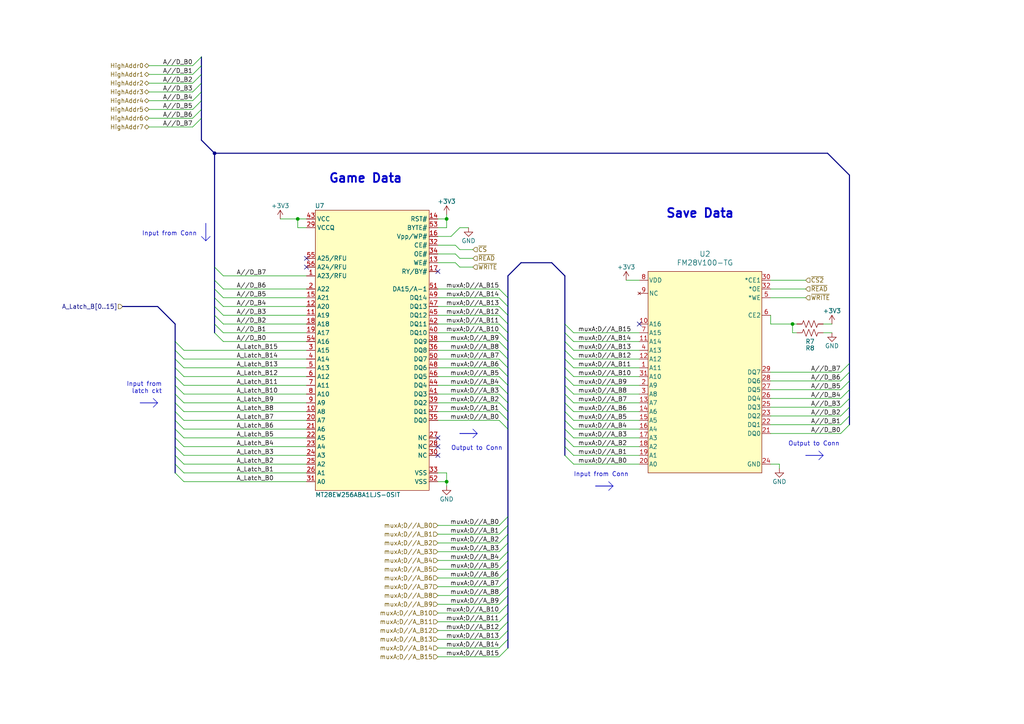
<source format=kicad_sch>
(kicad_sch (version 20230121) (generator eeschema)
  (paper "A4")
  (lib_symbols
    (symbol "0_libSyms_GBA:FM28V100-TG" (pin_names (offset 0.254))
      (property "Reference" "U" (at 20.32 74.93 0))
      (property "Value" "FM28V100-TG" (at 20.32 72.39 0))
      (symbol "FM28V100-TG_1_1"
        (rectangle (start 0 58.42) (end 33.02 0) (fill (type background)))
        (pin input line (at -2.54 30.48 0) (length 2.54) (name "A11") (number "1"))
        (pin input line (at -2.54 43.18 0) (length 2.54) (name "A16") (number "10"))
        (pin input line (at -2.54 38.1 0) (length 2.54) (name "A14") (number "11"))
        (pin input line (at -2.54 33.02 0) (length 2.54) (name "A12") (number "12"))
        (pin input line (at -2.54 20.32 0) (length 2.54) (name "A7") (number "13"))
        (pin input line (at -2.54 17.78 0) (length 2.54) (name "A6") (number "14"))
        (pin input line (at -2.54 15.24 0) (length 2.54) (name "A5") (number "15"))
        (pin input line (at -2.54 12.7 0) (length 2.54) (name "A4") (number "16"))
        (pin input line (at -2.54 10.16 0) (length 2.54) (name "A3") (number "17"))
        (pin input line (at -2.54 7.62 0) (length 2.54) (name "A2") (number "18"))
        (pin input line (at -2.54 5.08 0) (length 2.54) (name "A1") (number "19"))
        (pin input line (at -2.54 25.4 0) (length 2.54) (name "A9") (number "2"))
        (pin input line (at -2.54 2.54 0) (length 2.54) (name "A0") (number "20"))
        (pin bidirectional line (at 35.56 11.43 180) (length 2.54) (name "DQ0") (number "21"))
        (pin bidirectional line (at 35.56 13.97 180) (length 2.54) (name "DQ1") (number "22"))
        (pin bidirectional line (at 35.56 16.51 180) (length 2.54) (name "DQ2") (number "23"))
        (pin power_in line (at 35.56 2.54 180) (length 2.54) (name "GND") (number "24"))
        (pin bidirectional line (at 35.56 19.05 180) (length 2.54) (name "DQ3") (number "25"))
        (pin bidirectional line (at 35.56 21.59 180) (length 2.54) (name "DQ4") (number "26"))
        (pin bidirectional line (at 35.56 24.13 180) (length 2.54) (name "DQ5") (number "27"))
        (pin bidirectional line (at 35.56 26.67 180) (length 2.54) (name "DQ6") (number "28"))
        (pin bidirectional line (at 35.56 29.21 180) (length 2.54) (name "DQ7") (number "29"))
        (pin input line (at -2.54 22.86 0) (length 2.54) (name "A8") (number "3"))
        (pin input line (at 35.56 55.88 180) (length 2.54) (name "*CE1") (number "30"))
        (pin input line (at -2.54 27.94 0) (length 2.54) (name "A10") (number "31"))
        (pin input line (at 35.56 53.34 180) (length 2.54) (name "*OE") (number "32"))
        (pin input line (at -2.54 35.56 0) (length 2.54) (name "A13") (number "4"))
        (pin input line (at 35.56 50.8 180) (length 2.54) (name "*WE") (number "5"))
        (pin input line (at 35.56 45.72 180) (length 2.54) (name "CE2") (number "6"))
        (pin input line (at -2.54 40.64 0) (length 2.54) (name "A15") (number "7"))
        (pin power_in line (at -2.54 55.88 0) (length 2.54) (name "VDD") (number "8"))
        (pin no_connect line (at -2.54 52.07 0) (length 2.54) (name "NC") (number "9"))
      )
    )
    (symbol "0_libSyms_GBA:NOR_Flash"
      (property "Reference" "U" (at 1.27 82.55 0))
      (symbol "NOR_Flash_1_1"
        (rectangle (start 0 81.28) (end 33.02 0) (fill (type background)))
        (pin input line (at -2.54 62.23 0) (length 2.54) (name "A23/RFU") (number "1"))
        (pin input line (at -2.54 22.86 0) (length 2.54) (name "A8") (number "10"))
        (pin input line (at -2.54 50.8 0) (length 2.54) (name "A19") (number "11"))
        (pin input line (at -2.54 53.34 0) (length 2.54) (name "A20") (number "12"))
        (pin input line (at 35.56 66.04 180) (length 2.54) (name "WE#") (number "13"))
        (pin input line (at 35.56 78.74 180) (length 2.54) (name "RST#") (number "14"))
        (pin input line (at -2.54 55.88 0) (length 2.54) (name "A21") (number "15"))
        (pin input line (at 35.56 73.66 180) (length 2.54) (name "Vpp/WP#") (number "16"))
        (pin output line (at 35.56 63.5 180) (length 2.54) (name "RY/BY#") (number "17"))
        (pin input line (at -2.54 48.26 0) (length 2.54) (name "A18") (number "18"))
        (pin input line (at -2.54 45.72 0) (length 2.54) (name "A17") (number "19"))
        (pin input line (at -2.54 58.42 0) (length 2.54) (name "A22") (number "2"))
        (pin input line (at -2.54 20.32 0) (length 2.54) (name "A7") (number "20"))
        (pin input line (at -2.54 17.78 0) (length 2.54) (name "A6") (number "21"))
        (pin input line (at -2.54 15.24 0) (length 2.54) (name "A5") (number "22"))
        (pin input line (at -2.54 12.7 0) (length 2.54) (name "A4") (number "23"))
        (pin input line (at -2.54 10.16 0) (length 2.54) (name "A3") (number "24"))
        (pin input line (at -2.54 7.62 0) (length 2.54) (name "A2") (number "25"))
        (pin input line (at -2.54 5.08 0) (length 2.54) (name "A1") (number "26"))
        (pin input line (at 35.56 15.24 180) (length 2.54) (name "NC") (number "27"))
        (pin input line (at 35.56 12.7 180) (length 2.54) (name "NC") (number "28"))
        (pin input line (at -2.54 76.2 0) (length 2.54) (name "VCCQ") (number "29"))
        (pin input line (at -2.54 40.64 0) (length 2.54) (name "A15") (number "3"))
        (pin input line (at 35.56 10.16 180) (length 2.54) (name "NC") (number "30"))
        (pin input line (at -2.54 2.54 0) (length 2.54) (name "A0") (number "31"))
        (pin input line (at 35.56 71.12 180) (length 2.54) (name "CE#") (number "32"))
        (pin input line (at 35.56 5.08 180) (length 2.54) (name "VSS") (number "33"))
        (pin input line (at 35.56 68.58 180) (length 2.54) (name "OE#") (number "34"))
        (pin input line (at 35.56 20.32 180) (length 2.54) (name "DQ0") (number "35"))
        (pin input line (at 35.56 40.64 180) (length 2.54) (name "DQ8") (number "36"))
        (pin input line (at 35.56 22.86 180) (length 2.54) (name "DQ1") (number "37"))
        (pin input line (at 35.56 43.18 180) (length 2.54) (name "DQ9") (number "38"))
        (pin input line (at 35.56 25.4 180) (length 2.54) (name "DQ2") (number "39"))
        (pin input line (at -2.54 38.1 0) (length 2.54) (name "A14") (number "4"))
        (pin input line (at 35.56 45.72 180) (length 2.54) (name "DQ10") (number "40"))
        (pin input line (at 35.56 27.94 180) (length 2.54) (name "DQ3") (number "41"))
        (pin input line (at 35.56 48.26 180) (length 2.54) (name "DQ11") (number "42"))
        (pin input line (at -2.54 78.74 0) (length 2.54) (name "VCC") (number "43"))
        (pin input line (at 35.56 30.48 180) (length 2.54) (name "DQ4") (number "44"))
        (pin input line (at 35.56 50.8 180) (length 2.54) (name "DQ12") (number "45"))
        (pin input line (at 35.56 33.02 180) (length 2.54) (name "DQ5") (number "46"))
        (pin input line (at 35.56 53.34 180) (length 2.54) (name "DQ13") (number "47"))
        (pin input line (at 35.56 35.56 180) (length 2.54) (name "DQ6") (number "48"))
        (pin input line (at 35.56 55.88 180) (length 2.54) (name "DQ14") (number "49"))
        (pin input line (at -2.54 35.56 0) (length 2.54) (name "A13") (number "5"))
        (pin input line (at 35.56 38.1 180) (length 2.54) (name "DQ7") (number "50"))
        (pin input line (at 35.56 58.42 180) (length 2.54) (name "DA15/A-1") (number "51"))
        (pin input line (at 35.56 2.54 180) (length 2.54) (name "VSS") (number "52"))
        (pin input line (at 35.56 76.2 180) (length 2.54) (name "BYTE#") (number "53"))
        (pin input line (at -2.54 43.18 0) (length 2.54) (name "A16") (number "54"))
        (pin input line (at -2.54 67.31 0) (length 2.54) (name "A25/RFU") (number "55"))
        (pin input line (at -2.54 64.77 0) (length 2.54) (name "A24/RFU") (number "56"))
        (pin input line (at -2.54 33.02 0) (length 2.54) (name "A12") (number "6"))
        (pin input line (at -2.54 30.48 0) (length 2.54) (name "A11") (number "7"))
        (pin input line (at -2.54 27.94 0) (length 2.54) (name "A10") (number "8"))
        (pin input line (at -2.54 25.4 0) (length 2.54) (name "A9") (number "9"))
      )
    )
    (symbol "Device:R_US" (pin_numbers hide) (pin_names (offset 0))
      (property "Reference" "R" (at 2.54 0 90))
      (property "Value" "R_US" (at -2.54 0 90))
      (symbol "R_US_0_1"
        (polyline (pts (xy 0 -2.286) (xy 0 -2.54)))
        (polyline (pts (xy 0 2.286) (xy 0 2.54)))
        (polyline (pts (xy 0 -0.762) (xy 1.016 -1.143) (xy 0 -1.524) (xy -1.016 -1.905) (xy 0 -2.286)))
        (polyline (pts (xy 0 0.762) (xy 1.016 0.381) (xy 0 0) (xy -1.016 -0.381) (xy 0 -0.762)))
        (polyline (pts (xy 0 2.286) (xy 1.016 1.905) (xy 0 1.524) (xy -1.016 1.143) (xy 0 0.762)))
      )
      (symbol "R_US_1_1"
        (pin passive line (at 0 3.81 270) (length 1.27) (name "~") (number "1"))
        (pin passive line (at 0 -3.81 90) (length 1.27) (name "~") (number "2"))
      )
    )
    (symbol "power:+3V3" (power) (pin_names (offset 0))
      (property "Value" "+3V3" (at 0 3.556 0))
      (symbol "+3V3_0_1"
        (polyline (pts (xy -0.762 1.27) (xy 0 2.54)))
        (polyline (pts (xy 0 0) (xy 0 2.54)))
        (polyline (pts (xy 0 2.54) (xy 0.762 1.27)))
      )
      (symbol "+3V3_1_1"
        (pin power_in line (at 0 0 90) (length 0) hide (name "+3V3") (number "1"))
      )
    )
    (symbol "power:GND" (power) (pin_names (offset 0))
      (property "Value" "GND" (at 0 -3.81 0))
      (symbol "GND_0_1"
        (polyline (pts (xy 0 0) (xy 0 -1.27) (xy 1.27 -1.27) (xy 0 -2.54) (xy -1.27 -1.27) (xy 0 -1.27)))
      )
      (symbol "GND_1_1"
        (pin power_in line (at 0 0 270) (length 0) hide (name "GND") (number "1"))
      )
    )
  )
  (junction (at 229.87 93.98))
  (junction (at 62.23 44.45))
  (junction (at 129.54 139.7))
  (junction (at 129.54 63.5))
  (junction (at 86.36 63.5))
  (no_connect (at 185.42 93.98))
  (no_connect (at 127 78.74))
  (no_connect (at 127 127))
  (no_connect (at 127 132.08))
  (no_connect (at 88.9 77.47))
  (no_connect (at 88.9 74.93))
  (no_connect (at 127 129.54))
  (bus_entry (at 50.8 129.54) (size 2.54 2.54))
  (bus_entry (at 163.83 93.98) (size 2.54 2.54))
  (bus_entry (at 147.32 106.68) (size -2.54 -2.54))
  (bus_entry (at 147.32 170.18) (size -2.54 2.54))
  (bus_entry (at 163.83 96.52) (size 2.54 2.54))
  (bus_entry (at 50.8 119.38) (size 2.54 2.54))
  (bus_entry (at 50.8 101.6) (size 2.54 2.54))
  (bus_entry (at 147.32 172.72) (size -2.54 2.54))
  (bus_entry (at 62.23 81.28) (size 2.54 2.54))
  (bus_entry (at 147.32 114.3) (size -2.54 -2.54))
  (bus_entry (at 147.32 187.96) (size -2.54 2.54))
  (bus_entry (at 147.32 93.98) (size -2.54 -2.54))
  (bus_entry (at 147.32 167.64) (size -2.54 2.54))
  (bus_entry (at 246.38 113.03) (size -2.54 2.54))
  (bus_entry (at 50.8 106.68) (size 2.54 2.54))
  (bus_entry (at 163.83 101.6) (size 2.54 2.54))
  (bus_entry (at 147.32 88.9) (size -2.54 -2.54))
  (bus_entry (at 147.32 111.76) (size -2.54 -2.54))
  (bus_entry (at 163.83 111.76) (size 2.54 2.54))
  (bus_entry (at 62.23 96.52) (size 2.54 2.54))
  (bus_entry (at 246.38 110.49) (size -2.54 2.54))
  (bus_entry (at 50.8 99.06) (size 2.54 2.54))
  (bus_entry (at 147.32 86.36) (size -2.54 -2.54))
  (bus_entry (at 163.83 127) (size 2.54 2.54))
  (bus_entry (at 147.32 109.22) (size -2.54 -2.54))
  (bus_entry (at 147.32 154.94) (size -2.54 2.54))
  (bus_entry (at 163.83 114.3) (size 2.54 2.54))
  (bus_entry (at 246.38 118.11) (size -2.54 2.54))
  (bus_entry (at 163.83 109.22) (size 2.54 2.54))
  (bus_entry (at 147.32 101.6) (size -2.54 -2.54))
  (bus_entry (at 50.8 124.46) (size 2.54 2.54))
  (bus_entry (at 147.32 96.52) (size -2.54 -2.54))
  (bus_entry (at 55.88 34.29) (size 2.54 -2.54))
  (bus_entry (at 50.8 116.84) (size 2.54 2.54))
  (bus_entry (at 147.32 175.26) (size -2.54 2.54))
  (bus_entry (at 163.83 124.46) (size 2.54 2.54))
  (bus_entry (at 147.32 121.92) (size -2.54 -2.54))
  (bus_entry (at 55.88 19.05) (size 2.54 -2.54))
  (bus_entry (at 62.23 86.36) (size 2.54 2.54))
  (bus_entry (at 147.32 157.48) (size -2.54 2.54))
  (bus_entry (at 50.8 104.14) (size 2.54 2.54))
  (bus_entry (at 147.32 104.14) (size -2.54 -2.54))
  (bus_entry (at 147.32 160.02) (size -2.54 2.54))
  (bus_entry (at 50.8 134.62) (size 2.54 2.54))
  (bus_entry (at 147.32 177.8) (size -2.54 2.54))
  (bus_entry (at 246.38 115.57) (size -2.54 2.54))
  (bus_entry (at 50.8 127) (size 2.54 2.54))
  (bus_entry (at 163.83 104.14) (size 2.54 2.54))
  (bus_entry (at 163.83 129.54) (size 2.54 2.54))
  (bus_entry (at 50.8 114.3) (size 2.54 2.54))
  (bus_entry (at 55.88 36.83) (size 2.54 -2.54))
  (bus_entry (at 55.88 31.75) (size 2.54 -2.54))
  (bus_entry (at 50.8 132.08) (size 2.54 2.54))
  (bus_entry (at 147.32 152.4) (size -2.54 2.54))
  (bus_entry (at 246.38 120.65) (size -2.54 2.54))
  (bus_entry (at 50.8 109.22) (size 2.54 2.54))
  (bus_entry (at 55.88 26.67) (size 2.54 -2.54))
  (bus_entry (at 147.32 180.34) (size -2.54 2.54))
  (bus_entry (at 163.83 132.08) (size 2.54 2.54))
  (bus_entry (at 147.32 182.88) (size -2.54 2.54))
  (bus_entry (at 163.83 119.38) (size 2.54 2.54))
  (bus_entry (at 62.23 83.82) (size 2.54 2.54))
  (bus_entry (at 55.88 24.13) (size 2.54 -2.54))
  (bus_entry (at 55.88 21.59) (size 2.54 -2.54))
  (bus_entry (at 55.88 29.21) (size 2.54 -2.54))
  (bus_entry (at 163.83 106.68) (size 2.54 2.54))
  (bus_entry (at 147.32 149.86) (size -2.54 2.54))
  (bus_entry (at 147.32 91.44) (size -2.54 -2.54))
  (bus_entry (at 147.32 124.46) (size -2.54 -2.54))
  (bus_entry (at 147.32 185.42) (size -2.54 2.54))
  (bus_entry (at 62.23 77.47) (size 2.54 2.54))
  (bus_entry (at 62.23 93.98) (size 2.54 2.54))
  (bus_entry (at 147.32 119.38) (size -2.54 -2.54))
  (bus_entry (at 147.32 162.56) (size -2.54 2.54))
  (bus_entry (at 163.83 99.06) (size 2.54 2.54))
  (bus_entry (at 62.23 91.44) (size 2.54 2.54))
  (bus_entry (at 50.8 121.92) (size 2.54 2.54))
  (bus_entry (at 50.8 111.76) (size 2.54 2.54))
  (bus_entry (at 62.23 88.9) (size 2.54 2.54))
  (bus_entry (at 147.32 116.84) (size -2.54 -2.54))
  (bus_entry (at 163.83 116.84) (size 2.54 2.54))
  (bus_entry (at 246.38 123.19) (size -2.54 2.54))
  (bus_entry (at 50.8 137.16) (size 2.54 2.54))
  (bus_entry (at 246.38 105.41) (size -2.54 2.54))
  (bus_entry (at 163.83 121.92) (size 2.54 2.54))
  (bus_entry (at 147.32 99.06) (size -2.54 -2.54))
  (bus_entry (at 246.38 107.95) (size -2.54 2.54))
  (bus_entry (at 147.32 165.1) (size -2.54 2.54))
  (wire (pts (xy 166.37 101.6) (xy 185.42 101.6)))
  (wire (pts (xy 127 71.12) (xy 132.08 71.12)))
  (bus (pts (xy 147.32 152.4) (xy 147.32 149.86)))
  (bus (pts (xy 147.32 80.01) (xy 151.13 76.2)))
  (bus (pts (xy 163.83 119.38) (xy 163.83 121.92)))
  (wire (pts (xy 127 175.26) (xy 144.78 175.26)))
  (wire (pts (xy 43.18 21.59) (xy 55.88 21.59)))
  (bus (pts (xy 147.32 96.52) (xy 147.32 93.98)))
  (wire (pts (xy 127 88.9) (xy 144.78 88.9)))
  (wire (pts (xy 226.06 135.89) (xy 226.06 134.62)))
  (wire (pts (xy 223.52 123.19) (xy 243.84 123.19)))
  (polyline (pts (xy 137.16 127) (xy 138.43 125.73)))
  (bus (pts (xy 163.83 80.01) (xy 160.02 76.2)))
  (wire (pts (xy 127 180.34) (xy 144.78 180.34)))
  (wire (pts (xy 53.34 101.6) (xy 88.9 101.6)))
  (bus (pts (xy 147.32 111.76) (xy 147.32 109.22)))
  (bus (pts (xy 50.8 109.22) (xy 50.8 111.76)))
  (wire (pts (xy 64.77 86.36) (xy 88.9 86.36)))
  (wire (pts (xy 127 99.06) (xy 144.78 99.06)))
  (wire (pts (xy 127 165.1) (xy 144.78 165.1)))
  (wire (pts (xy 223.52 86.36) (xy 233.68 86.36)))
  (wire (pts (xy 133.35 74.93) (xy 137.16 74.93)))
  (bus (pts (xy 50.8 104.14) (xy 50.8 106.68)))
  (wire (pts (xy 43.18 36.83) (xy 55.88 36.83)))
  (polyline (pts (xy 133.35 125.73) (xy 138.43 125.73)))
  (wire (pts (xy 127 76.2) (xy 132.08 76.2)))
  (bus (pts (xy 62.23 88.9) (xy 62.23 91.44)))
  (wire (pts (xy 127 185.42) (xy 144.78 185.42)))
  (wire (pts (xy 53.34 104.14) (xy 88.9 104.14)))
  (bus (pts (xy 163.83 96.52) (xy 163.83 99.06)))
  (bus (pts (xy 163.83 124.46) (xy 163.83 127)))
  (wire (pts (xy 53.34 127) (xy 88.9 127)))
  (wire (pts (xy 133.35 72.39) (xy 132.08 71.12)))
  (bus (pts (xy 163.83 121.92) (xy 163.83 124.46)))
  (polyline (pts (xy 59.69 64.77) (xy 59.69 69.85)))
  (polyline (pts (xy 40.64 116.84) (xy 45.72 116.84)))
  (bus (pts (xy 163.83 106.68) (xy 163.83 109.22)))
  (bus (pts (xy 147.32 114.3) (xy 147.32 111.76)))
  (wire (pts (xy 238.76 93.98) (xy 241.3 93.98)))
  (bus (pts (xy 58.42 34.29) (xy 58.42 40.64)))
  (wire (pts (xy 166.37 96.52) (xy 185.42 96.52)))
  (bus (pts (xy 50.8 119.38) (xy 50.8 121.92)))
  (wire (pts (xy 127 190.5) (xy 144.78 190.5)))
  (bus (pts (xy 147.32 162.56) (xy 147.32 165.1)))
  (bus (pts (xy 147.32 109.22) (xy 147.32 106.68)))
  (wire (pts (xy 223.52 110.49) (xy 243.84 110.49)))
  (wire (pts (xy 166.37 134.62) (xy 185.42 134.62)))
  (bus (pts (xy 50.8 134.62) (xy 50.8 137.16)))
  (bus (pts (xy 147.32 152.4) (xy 147.32 154.94)))
  (bus (pts (xy 147.32 106.68) (xy 147.32 104.14)))
  (wire (pts (xy 166.37 127) (xy 185.42 127)))
  (wire (pts (xy 53.34 119.38) (xy 88.9 119.38)))
  (bus (pts (xy 50.8 99.06) (xy 50.8 101.6)))
  (wire (pts (xy 127 187.96) (xy 144.78 187.96)))
  (wire (pts (xy 53.34 106.68) (xy 88.9 106.68)))
  (wire (pts (xy 53.34 139.7) (xy 88.9 139.7)))
  (wire (pts (xy 127 139.7) (xy 129.54 139.7)))
  (polyline (pts (xy 237.49 130.81) (xy 238.76 132.08)))
  (bus (pts (xy 147.32 121.92) (xy 147.32 119.38)))
  (wire (pts (xy 127 157.48) (xy 144.78 157.48)))
  (wire (pts (xy 129.54 137.16) (xy 127 137.16)))
  (bus (pts (xy 35.56 88.9) (xy 45.72 88.9)))
  (bus (pts (xy 163.83 129.54) (xy 163.83 132.08)))
  (bus (pts (xy 246.38 113.03) (xy 246.38 115.57)))
  (wire (pts (xy 127 66.04) (xy 129.54 66.04)))
  (wire (pts (xy 127 111.76) (xy 144.78 111.76)))
  (wire (pts (xy 127 63.5) (xy 129.54 63.5)))
  (bus (pts (xy 163.83 93.98) (xy 163.83 96.52)))
  (bus (pts (xy 147.32 175.26) (xy 147.32 177.8)))
  (wire (pts (xy 129.54 140.97) (xy 129.54 139.7)))
  (bus (pts (xy 58.42 29.21) (xy 58.42 31.75)))
  (wire (pts (xy 127 109.22) (xy 144.78 109.22)))
  (wire (pts (xy 137.16 72.39) (xy 133.35 72.39)))
  (wire (pts (xy 64.77 83.82) (xy 88.9 83.82)))
  (bus (pts (xy 246.38 110.49) (xy 246.38 113.03)))
  (wire (pts (xy 127 170.18) (xy 144.78 170.18)))
  (bus (pts (xy 163.83 127) (xy 163.83 129.54)))
  (bus (pts (xy 163.83 111.76) (xy 163.83 114.3)))
  (bus (pts (xy 147.32 88.9) (xy 147.32 91.44)))
  (wire (pts (xy 53.34 114.3) (xy 88.9 114.3)))
  (bus (pts (xy 62.23 93.98) (xy 62.23 96.52)))
  (wire (pts (xy 53.34 111.76) (xy 88.9 111.76)))
  (wire (pts (xy 166.37 116.84) (xy 185.42 116.84)))
  (bus (pts (xy 50.8 129.54) (xy 50.8 132.08)))
  (bus (pts (xy 147.32 86.36) (xy 147.32 88.9)))
  (wire (pts (xy 43.18 34.29) (xy 55.88 34.29)))
  (bus (pts (xy 147.32 182.88) (xy 147.32 185.42)))
  (wire (pts (xy 53.34 124.46) (xy 88.9 124.46)))
  (wire (pts (xy 127 104.14) (xy 144.78 104.14)))
  (wire (pts (xy 53.34 137.16) (xy 88.9 137.16)))
  (wire (pts (xy 166.37 104.14) (xy 185.42 104.14)))
  (wire (pts (xy 127 86.36) (xy 144.78 86.36)))
  (bus (pts (xy 163.83 116.84) (xy 163.83 119.38)))
  (wire (pts (xy 43.18 19.05) (xy 55.88 19.05)))
  (bus (pts (xy 147.32 170.18) (xy 147.32 172.72)))
  (wire (pts (xy 53.34 129.54) (xy 88.9 129.54)))
  (bus (pts (xy 163.83 99.06) (xy 163.83 101.6)))
  (bus (pts (xy 50.8 101.6) (xy 50.8 104.14)))
  (wire (pts (xy 229.87 96.52) (xy 231.14 96.52)))
  (wire (pts (xy 223.52 120.65) (xy 243.84 120.65)))
  (bus (pts (xy 147.32 160.02) (xy 147.32 162.56)))
  (wire (pts (xy 127 68.58) (xy 130.81 68.58)))
  (wire (pts (xy 127 162.56) (xy 144.78 162.56)))
  (wire (pts (xy 223.52 113.03) (xy 243.84 113.03)))
  (wire (pts (xy 127 101.6) (xy 144.78 101.6)))
  (bus (pts (xy 50.8 114.3) (xy 50.8 116.84)))
  (wire (pts (xy 64.77 99.06) (xy 88.9 99.06)))
  (bus (pts (xy 147.32 99.06) (xy 147.32 96.52)))
  (wire (pts (xy 223.52 107.95) (xy 243.84 107.95)))
  (wire (pts (xy 127 73.66) (xy 132.08 73.66)))
  (wire (pts (xy 53.34 109.22) (xy 88.9 109.22)))
  (wire (pts (xy 127 83.82) (xy 144.78 83.82)))
  (wire (pts (xy 223.52 83.82) (xy 233.68 83.82)))
  (wire (pts (xy 81.28 63.5) (xy 86.36 63.5)))
  (wire (pts (xy 127 152.4) (xy 144.78 152.4)))
  (wire (pts (xy 129.54 62.23) (xy 129.54 63.5)))
  (wire (pts (xy 166.37 109.22) (xy 185.42 109.22)))
  (wire (pts (xy 53.34 121.92) (xy 88.9 121.92)))
  (bus (pts (xy 147.32 154.94) (xy 147.32 157.48)))
  (wire (pts (xy 129.54 63.5) (xy 129.54 66.04)))
  (wire (pts (xy 133.35 77.47) (xy 137.16 77.47)))
  (wire (pts (xy 64.77 88.9) (xy 88.9 88.9)))
  (wire (pts (xy 127 172.72) (xy 144.78 172.72)))
  (bus (pts (xy 50.8 106.68) (xy 50.8 109.22)))
  (wire (pts (xy 166.37 111.76) (xy 185.42 111.76)))
  (wire (pts (xy 132.08 73.66) (xy 133.35 74.93)))
  (bus (pts (xy 58.42 26.67) (xy 58.42 29.21)))
  (bus (pts (xy 163.83 114.3) (xy 163.83 116.84)))
  (wire (pts (xy 64.77 91.44) (xy 88.9 91.44)))
  (wire (pts (xy 53.34 134.62) (xy 88.9 134.62)))
  (wire (pts (xy 166.37 124.46) (xy 185.42 124.46)))
  (wire (pts (xy 223.52 81.28) (xy 233.68 81.28)))
  (wire (pts (xy 127 96.52) (xy 144.78 96.52)))
  (bus (pts (xy 147.32 80.01) (xy 147.32 86.36)))
  (bus (pts (xy 147.32 116.84) (xy 147.32 114.3)))
  (bus (pts (xy 246.38 105.41) (xy 246.38 107.95)))
  (wire (pts (xy 86.36 63.5) (xy 88.9 63.5)))
  (wire (pts (xy 127 160.02) (xy 144.78 160.02)))
  (wire (pts (xy 181.61 81.28) (xy 185.42 81.28)))
  (bus (pts (xy 50.8 127) (xy 50.8 129.54)))
  (wire (pts (xy 127 114.3) (xy 144.78 114.3)))
  (wire (pts (xy 43.18 24.13) (xy 55.88 24.13)))
  (bus (pts (xy 50.8 93.98) (xy 50.8 99.06)))
  (wire (pts (xy 133.35 66.04) (xy 135.89 66.04)))
  (wire (pts (xy 166.37 99.06) (xy 185.42 99.06)))
  (bus (pts (xy 147.32 101.6) (xy 147.32 99.06)))
  (bus (pts (xy 58.42 31.75) (xy 58.42 34.29)))
  (bus (pts (xy 50.8 124.46) (xy 50.8 127)))
  (bus (pts (xy 58.42 19.05) (xy 58.42 21.59)))
  (bus (pts (xy 58.42 21.59) (xy 58.42 24.13)))
  (bus (pts (xy 147.32 177.8) (xy 147.32 180.34)))
  (bus (pts (xy 58.42 24.13) (xy 58.42 26.67)))
  (wire (pts (xy 127 177.8) (xy 144.78 177.8)))
  (polyline (pts (xy 60.96 68.58) (xy 59.69 69.85)))
  (polyline (pts (xy 59.69 64.77) (xy 59.69 69.85)))
  (wire (pts (xy 223.52 93.98) (xy 229.87 93.98)))
  (bus (pts (xy 163.83 101.6) (xy 163.83 104.14)))
  (bus (pts (xy 50.8 121.92) (xy 50.8 124.46)))
  (bus (pts (xy 147.32 149.86) (xy 147.32 124.46)))
  (polyline (pts (xy 237.49 133.35) (xy 238.76 132.08)))
  (wire (pts (xy 223.52 134.62) (xy 226.06 134.62)))
  (wire (pts (xy 64.77 93.98) (xy 88.9 93.98)))
  (bus (pts (xy 147.32 185.42) (xy 147.32 187.96)))
  (bus (pts (xy 50.8 132.08) (xy 50.8 134.62)))
  (bus (pts (xy 50.8 116.84) (xy 50.8 119.38)))
  (bus (pts (xy 62.23 86.36) (xy 62.23 88.9)))
  (bus (pts (xy 45.72 88.9) (xy 50.8 93.98)))
  (wire (pts (xy 229.87 93.98) (xy 229.87 96.52)))
  (bus (pts (xy 246.38 120.65) (xy 246.38 123.19)))
  (wire (pts (xy 53.34 116.84) (xy 88.9 116.84)))
  (bus (pts (xy 246.38 50.8) (xy 246.38 105.41)))
  (bus (pts (xy 62.23 44.45) (xy 58.42 40.64)))
  (wire (pts (xy 166.37 119.38) (xy 185.42 119.38)))
  (wire (pts (xy 166.37 114.3) (xy 185.42 114.3)))
  (bus (pts (xy 58.42 16.51) (xy 58.42 19.05)))
  (bus (pts (xy 240.03 44.45) (xy 246.38 50.8)))
  (wire (pts (xy 127 121.92) (xy 144.78 121.92)))
  (bus (pts (xy 147.32 124.46) (xy 147.32 121.92)))
  (wire (pts (xy 127 91.44) (xy 144.78 91.44)))
  (bus (pts (xy 147.32 167.64) (xy 147.32 170.18)))
  (wire (pts (xy 43.18 29.21) (xy 55.88 29.21)))
  (wire (pts (xy 127 119.38) (xy 144.78 119.38)))
  (wire (pts (xy 53.34 132.08) (xy 88.9 132.08)))
  (wire (pts (xy 231.14 93.98) (xy 229.87 93.98)))
  (bus (pts (xy 163.83 80.01) (xy 163.83 93.98)))
  (wire (pts (xy 43.18 31.75) (xy 55.88 31.75)))
  (wire (pts (xy 88.9 66.04) (xy 86.36 66.04)))
  (polyline (pts (xy 233.68 132.08) (xy 238.76 132.08)))
  (wire (pts (xy 130.81 68.58) (xy 133.35 66.04)))
  (bus (pts (xy 147.32 165.1) (xy 147.32 167.64)))
  (bus (pts (xy 147.32 119.38) (xy 147.32 116.84)))
  (polyline (pts (xy 172.72 140.97) (xy 177.8 140.97)))
  (wire (pts (xy 223.52 125.73) (xy 243.84 125.73)))
  (wire (pts (xy 127 93.98) (xy 144.78 93.98)))
  (bus (pts (xy 147.32 172.72) (xy 147.32 175.26)))
  (wire (pts (xy 127 154.94) (xy 144.78 154.94)))
  (polyline (pts (xy 44.45 118.11) (xy 45.72 116.84)))
  (wire (pts (xy 132.08 76.2) (xy 133.35 77.47)))
  (wire (pts (xy 223.52 118.11) (xy 243.84 118.11)))
  (bus (pts (xy 147.32 91.44) (xy 147.32 93.98)))
  (wire (pts (xy 223.52 115.57) (xy 243.84 115.57)))
  (wire (pts (xy 166.37 129.54) (xy 185.42 129.54)))
  (polyline (pts (xy 176.53 142.24) (xy 177.8 140.97)))
  (bus (pts (xy 62.23 83.82) (xy 62.23 86.36)))
  (polyline (pts (xy 233.68 132.08) (xy 238.76 132.08)))
  (wire (pts (xy 166.37 132.08) (xy 185.42 132.08)))
  (bus (pts (xy 62.23 81.28) (xy 62.23 83.82)))
  (bus (pts (xy 62.23 91.44) (xy 62.23 93.98)))
  (bus (pts (xy 163.83 104.14) (xy 163.83 106.68)))
  (wire (pts (xy 64.77 80.01) (xy 88.9 80.01)))
  (bus (pts (xy 246.38 107.95) (xy 246.38 110.49)))
  (polyline (pts (xy 58.42 68.58) (xy 59.69 69.85)))
  (wire (pts (xy 127 106.68) (xy 144.78 106.68)))
  (bus (pts (xy 163.83 109.22) (xy 163.83 111.76)))
  (bus (pts (xy 147.32 180.34) (xy 147.32 182.88)))
  (polyline (pts (xy 137.16 124.46) (xy 138.43 125.73)))
  (wire (pts (xy 64.77 96.52) (xy 88.9 96.52)))
  (bus (pts (xy 62.23 44.45) (xy 62.23 77.47)))
  (bus (pts (xy 62.23 77.47) (xy 62.23 81.28)))
  (bus (pts (xy 62.23 44.45) (xy 240.03 44.45)))
  (bus (pts (xy 147.32 157.48) (xy 147.32 160.02)))
  (wire (pts (xy 127 182.88) (xy 144.78 182.88)))
  (polyline (pts (xy 176.53 139.7) (xy 177.8 140.97)))
  (wire (pts (xy 127 116.84) (xy 144.78 116.84)))
  (polyline (pts (xy 133.35 125.73) (xy 138.43 125.73)))
  (wire (pts (xy 86.36 66.04) (xy 86.36 63.5)))
  (bus (pts (xy 246.38 115.57) (xy 246.38 118.11)))
  (wire (pts (xy 223.52 91.44) (xy 223.52 93.98)))
  (bus (pts (xy 246.38 118.11) (xy 246.38 120.65)))
  (wire (pts (xy 43.18 26.67) (xy 55.88 26.67)))
  (polyline (pts (xy 40.64 116.84) (xy 45.72 116.84)))
  (bus (pts (xy 147.32 104.14) (xy 147.32 101.6)))
  (bus (pts (xy 50.8 111.76) (xy 50.8 114.3)))
  (wire (pts (xy 238.76 96.52) (xy 241.3 96.52)))
  (wire (pts (xy 166.37 121.92) (xy 185.42 121.92)))
  (polyline (pts (xy 44.45 115.57) (xy 45.72 116.84)))
  (bus (pts (xy 151.13 76.2) (xy 160.02 76.2)))
  (wire (pts (xy 129.54 139.7) (xy 129.54 137.16)))
  (wire (pts (xy 166.37 106.68) (xy 185.42 106.68)))
  (wire (pts (xy 127 167.64) (xy 144.78 167.64)))
  (polyline (pts (xy 172.72 140.97) (xy 177.8 140.97)))
  (text "Input from\nlatch ckt" (at 46.99 114.3 0) (effects (font (size 1.27 1.27)) (justify right bottom)))
  (text "Game Data" (at 95.25 53.34 0) (effects (font (size 2.54 2.54) (thickness 0.508) bold) (justify left bottom)))
  (text "Save Data" (at 193.04 63.5 0) (effects (font (size 2.54 2.54) (thickness 0.508) bold) (justify left bottom)))
  (text "Input from Conn" (at 166.37 138.43 0) (effects (font (size 1.27 1.27)) (justify left bottom)))
  (text "Output to Conn" (at 130.81 130.81 0) (effects (font (size 1.27 1.27)) (justify left bottom)))
  (text "Input from Conn" (at 57.15 68.58 0) (effects (font (size 1.27 1.27)) (justify right bottom)))
  (text "Output to Conn" (at 228.6 129.54 0) (effects (font (size 1.27 1.27)) (justify left bottom)))
  (label "A_Latch_B3" (at 68.58 132.08 0))
  (label "A//D_B4" (at 55.88 29.21 180))
  (label "muxA;D//A_B13" (at 144.78 88.9 180))
  (label "muxA;D//A_B5" (at 144.78 109.22 180))
  (label "A_Latch_B12" (at 68.58 109.22 0))
  (label "A//D_B5" (at 243.84 113.03 180))
  (label "muxA;D//A_B2" (at 144.78 157.48 180))
  (label "muxA;D//A_B12" (at 144.78 91.44 180))
  (label "A//D_B6" (at 243.84 110.49 180))
  (label "muxA;D//A_B12" (at 144.78 182.88 180))
  (label "muxA;D//A_B13" (at 144.78 185.42 180))
  (label "A_Latch_B6" (at 68.58 124.46 0))
  (label "muxA;D//A_B11" (at 144.78 180.34 180))
  (label "A//D_B6" (at 68.58 83.82 0))
  (label "muxA;D//A_B11" (at 144.78 93.98 180))
  (label "muxA;D//A_B7" (at 167.64 116.84 0))
  (label "A//D_B3" (at 243.84 118.11 180))
  (label "muxA;D//A_B6" (at 144.78 167.64 180))
  (label "A//D_B0" (at 243.84 125.73 180))
  (label "muxA;D//A_B9" (at 144.78 175.26 180))
  (label "muxA;D//A_B6" (at 144.78 106.68 180))
  (label "A_Latch_B10" (at 68.58 114.3 0))
  (label "A_Latch_B0" (at 68.58 139.7 0))
  (label "muxA;D//A_B1" (at 167.64 132.08 0))
  (label "muxA;D//A_B4" (at 167.64 124.46 0))
  (label "A//D_B1" (at 68.58 96.52 0))
  (label "A//D_B7" (at 68.58 80.01 0))
  (label "muxA;D//A_B10" (at 167.64 109.22 0))
  (label "muxA;D//A_B10" (at 144.78 96.52 180))
  (label "muxA;D//A_B1" (at 144.78 119.38 180))
  (label "A_Latch_B2" (at 68.58 134.62 0))
  (label "muxA;D//A_B14" (at 144.78 187.96 180))
  (label "muxA;D//A_B7" (at 144.78 104.14 180))
  (label "muxA;D//A_B11" (at 167.64 106.68 0))
  (label "muxA;D//A_B4" (at 144.78 162.56 180))
  (label "muxA;D//A_B0" (at 167.64 134.62 0))
  (label "A//D_B4" (at 243.84 115.57 180))
  (label "A//D_B1" (at 55.88 21.59 180))
  (label "A_Latch_B15" (at 68.58 101.6 0))
  (label "muxA;D//A_B0" (at 144.78 121.92 180))
  (label "A_Latch_B13" (at 68.58 106.68 0))
  (label "A//D_B6" (at 55.88 34.29 180))
  (label "muxA;D//A_B8" (at 144.78 101.6 180))
  (label "A//D_B5" (at 68.58 86.36 0))
  (label "muxA;D//A_B3" (at 144.78 160.02 180))
  (label "A//D_B0" (at 68.58 99.06 0))
  (label "A_Latch_B4" (at 68.58 129.54 0))
  (label "A//D_B2" (at 243.84 120.65 180))
  (label "muxA;D//A_B5" (at 167.64 121.92 0))
  (label "muxA;D//A_B15" (at 144.78 83.82 180))
  (label "A//D_B7" (at 243.84 107.95 180))
  (label "A_Latch_B8" (at 68.58 119.38 0))
  (label "muxA;D//A_B14" (at 167.64 99.06 0))
  (label "muxA;D//A_B8" (at 144.78 172.72 180))
  (label "A//D_B0" (at 55.88 19.05 180))
  (label "A//D_B1" (at 243.84 123.19 180))
  (label "muxA;D//A_B9" (at 144.78 99.06 180))
  (label "A_Latch_B14" (at 68.58 104.14 0))
  (label "muxA;D//A_B3" (at 144.78 114.3 180))
  (label "A_Latch_B7" (at 68.58 121.92 0))
  (label "muxA;D//A_B15" (at 167.64 96.52 0))
  (label "A//D_B5" (at 55.88 31.75 180))
  (label "A//D_B3" (at 55.88 26.67 180))
  (label "A_Latch_B1" (at 68.58 137.16 0))
  (label "muxA;D//A_B5" (at 144.78 165.1 180))
  (label "A_Latch_B11" (at 68.58 111.76 0))
  (label "A//D_B4" (at 68.58 88.9 0))
  (label "muxA;D//A_B2" (at 144.78 116.84 180))
  (label "muxA;D//A_B9" (at 167.64 111.76 0))
  (label "muxA;D//A_B4" (at 144.78 111.76 180))
  (label "muxA;D//A_B7" (at 144.78 170.18 180))
  (label "A//D_B2" (at 68.58 93.98 0))
  (label "muxA;D//A_B1" (at 144.78 154.94 180))
  (label "A//D_B3" (at 68.58 91.44 0))
  (label "muxA;D//A_B3" (at 167.64 127 0))
  (label "muxA;D//A_B12" (at 167.64 104.14 0))
  (label "A_Latch_B5" (at 68.58 127 0))
  (label "muxA;D//A_B15" (at 144.78 190.5 180))
  (label "A//D_B2" (at 55.88 24.13 180))
  (label "muxA;D//A_B13" (at 167.64 101.6 0))
  (label "muxA;D//A_B2" (at 167.64 129.54 0))
  (label "muxA;D//A_B0" (at 144.78 152.4 180))
  (label "muxA;D//A_B6" (at 167.64 119.38 0))
  (label "A_Latch_B9" (at 68.58 116.84 0))
  (label "muxA;D//A_B8" (at 167.64 114.3 0))
  (label "muxA;D//A_B10" (at 144.78 177.8 180))
  (label "muxA;D//A_B14" (at 144.78 86.36 180))
  (label "A//D_B7" (at 55.88 36.83 180))
  (hierarchical_label "muxA;D{slash}{slash}A_B11" (shape input) (at 127 180.34 180))
  (hierarchical_label "~{CS}" (shape input) (at 137.16 72.39 0))
  (hierarchical_label "muxA;D{slash}{slash}A_B12" (shape input) (at 127 182.88 180))
  (hierarchical_label "muxA;D{slash}{slash}A_B8" (shape input) (at 127 172.72 180))
  (hierarchical_label "HighAddr1" (shape bidirectional) (at 43.18 21.59 180))
  (hierarchical_label "muxA;D{slash}{slash}A_B0" (shape input) (at 127 152.4 180))
  (hierarchical_label "muxA;D{slash}{slash}A_B1" (shape input) (at 127 154.94 180))
  (hierarchical_label "muxA;D{slash}{slash}A_B4" (shape input) (at 127 162.56 180))
  (hierarchical_label "muxA;D{slash}{slash}A_B9" (shape input) (at 127 175.26 180))
  (hierarchical_label "HighAddr2" (shape bidirectional) (at 43.18 24.13 180))
  (hierarchical_label "muxA;D{slash}{slash}A_B15" (shape input) (at 127 190.5 180))
  (hierarchical_label "~{READ}" (shape input) (at 233.68 83.82 0))
  (hierarchical_label "HighAddr5" (shape bidirectional) (at 43.18 31.75 180))
  (hierarchical_label "muxA;D{slash}{slash}A_B13" (shape input) (at 127 185.42 180))
  (hierarchical_label "HighAddr3" (shape bidirectional) (at 43.18 26.67 180))
  (hierarchical_label "muxA;D{slash}{slash}A_B14" (shape input) (at 127 187.96 180))
  (hierarchical_label "muxA;D{slash}{slash}A_B5" (shape input) (at 127 165.1 180))
  (hierarchical_label "A_Latch_B[0..15]" (shape input) (at 35.56 88.9 180))
  (hierarchical_label "HighAddr4" (shape bidirectional) (at 43.18 29.21 180))
  (hierarchical_label "HighAddr7" (shape bidirectional) (at 43.18 36.83 180))
  (hierarchical_label "muxA;D{slash}{slash}A_B3" (shape input) (at 127 160.02 180))
  (hierarchical_label "~{READ}" (shape input) (at 137.16 74.93 0))
  (hierarchical_label "muxA;D{slash}{slash}A_B7" (shape input) (at 127 170.18 180))
  (hierarchical_label "HighAddr0" (shape bidirectional) (at 43.18 19.05 180))
  (hierarchical_label "muxA;D{slash}{slash}A_B10" (shape input) (at 127 177.8 180))
  (hierarchical_label "~{CS2}" (shape input) (at 233.68 81.28 0))
  (hierarchical_label "~{WRITE}" (shape input) (at 137.16 77.47 0))
  (hierarchical_label "~{WRITE}" (shape input) (at 233.68 86.36 0))
  (hierarchical_label "HighAddr6" (shape bidirectional) (at 43.18 34.29 180))
  (hierarchical_label "muxA;D{slash}{slash}A_B2" (shape input) (at 127 157.48 180))
  (hierarchical_label "muxA;D{slash}{slash}A_B6" (shape input) (at 127 167.64 180))
  (symbol (lib_id "0_libSyms_GBA:FM28V100-TG") (at 187.96 137.16 0) (unit 1)
    (property "Reference" "U2" (at 204.47 73.66 0) (effects (font (size 1.524 1.524))))
    (property "Value" "FM28V100-TG" (at 204.47 76.2 0) (effects (font (size 1.524 1.524))))
    (property "Footprint" "0_Library:TSOP-32" (effects hide))
    (property "Datasheet" "FM28V100-TG" (effects hide))
  )
  (symbol (lib_id "power:GND") (at 129.54 140.97 0) (unit 1)
    (property "Reference" "#PWR015" (effects hide))
    (property "Value" "GND" (at 129.54 144.78 0))
    (instances (project "TTL_tester" (path "" (reference "#PWR015") (unit 1))) (project "GBA_Cartridge" (path "" (reference "#PWR035") (unit 1)) (path "" (reference "#PWR09") (unit 1))) (project "topNotch_tester" (path "" (reference "#PWR022") (unit 1))))
  )
  (symbol (lib_id "Device:R_US") (at 234.95 93.98 90) (unit 1)
    (property "Reference" "R7" (at 234.95 99.06 90))
    (property "Value" "DNU" (effects hide))
    (property "Footprint" "Resistor_SMD:R_0603_1608Metric_Pad0.98x0.95mm_HandSolder" (effects hide))
  )
  (symbol (lib_id "Device:R_US") (at 234.95 96.52 90) (unit 1)
    (property "Reference" "R8" (at 234.95 100.965 90))
    (property "Value" "DNU" (effects hide))
    (property "Footprint" "Resistor_SMD:R_0603_1608Metric_Pad0.98x0.95mm_HandSolder" (effects hide))
  )
  (symbol (lib_id "power:GND") (at 135.89 66.04 0) (unit 1)
    (property "Reference" "#PWR015" (effects hide))
    (property "Value" "GND" (at 135.89 69.85 0))
    (instances (project "TTL_tester" (path "" (reference "#PWR015") (unit 1))) (project "GBA_Cartridge" (path "" (reference "#PWR035") (unit 1)) (path "" (reference "#PWR011") (unit 1))) (project "topNotch_tester" (path "" (reference "#PWR022") (unit 1))))
  )
  (symbol (lib_id "0_libSyms_GBA:NOR_Flash") (at 91.44 142.24 0) (unit 1)
    (property "Reference" "U7" (at 92.71 59.69 0))
    (property "Value" "MT28EW256ABA1LJS-0SIT" (at 91.44 143.51 0) (effects (justify left)))
    (property "Footprint" "0_Library:56-TFSOP (18.40mm Width)" (effects hide))
    (instances (project "GBA_Cartridge" (path "" (reference "U7") (unit 1)) (path "" (reference "U1") (unit 1))))
  )
  (symbol (lib_id "power:GND") (at 241.3 96.52 0) (unit 1)
    (property "Reference" "#PWR015" (effects hide))
    (property "Value" "GND" (at 241.3 100.33 0))
    (instances (project "TTL_tester" (path "" (reference "#PWR015") (unit 1))) (project "GBA_Cartridge" (path "" (reference "#PWR035") (unit 1)) (path "" (reference "#PWR017") (unit 1))) (project "topNotch_tester" (path "" (reference "#PWR022") (unit 1))))
  )
  (symbol (lib_id "power:GND") (at 226.06 135.89 0) (unit 1)
    (property "Reference" "#PWR015" (effects hide))
    (property "Value" "GND" (at 226.06 139.7 0))
    (instances (project "TTL_tester" (path "" (reference "#PWR015") (unit 1))) (project "GBA_Cartridge" (path "" (reference "#PWR035") (unit 1)) (path "" (reference "#PWR015") (unit 1))) (project "topNotch_tester" (path "" (reference "#PWR022") (unit 1))))
  )
  (symbol (lib_id "power:+3V3") (at 129.54 62.23 0) (mirror y) (unit 1)
    (property "Reference" "#PWR034" (effects hide))
    (property "Value" "+3V3" (at 129.54 58.42 0))
    (instances (project "GBA_Cartridge" (path "" (reference "#PWR034") (unit 1)) (path "" (reference "#PWR08") (unit 1))))
  )
  (symbol (lib_id "power:+3V3") (at 81.28 63.5 0) (mirror y) (unit 1)
    (property "Reference" "#PWR034" (effects hide))
    (property "Value" "+3V3" (at 81.28 59.69 0))
    (instances (project "GBA_Cartridge" (path "" (reference "#PWR034") (unit 1)) (path "" (reference "#PWR05") (unit 1))))
  )
  (symbol (lib_id "power:+3V3") (at 181.61 81.28 0) (mirror y) (unit 1)
    (property "Reference" "#PWR034" (effects hide))
    (property "Value" "+3V3" (at 181.61 77.47 0))
    (instances (project "GBA_Cartridge" (path "" (reference "#PWR034") (unit 1)) (path "" (reference "#PWR012") (unit 1))))
  )
  (symbol (lib_id "power:+3V3") (at 241.3 93.98 0) (mirror y) (unit 1)
    (property "Reference" "#PWR034" (effects hide))
    (property "Value" "+3V3" (at 241.3 90.17 0))
    (instances (project "GBA_Cartridge" (path "" (reference "#PWR034") (unit 1)) (path "" (reference "#PWR016") (unit 1))))
  )
)
</source>
